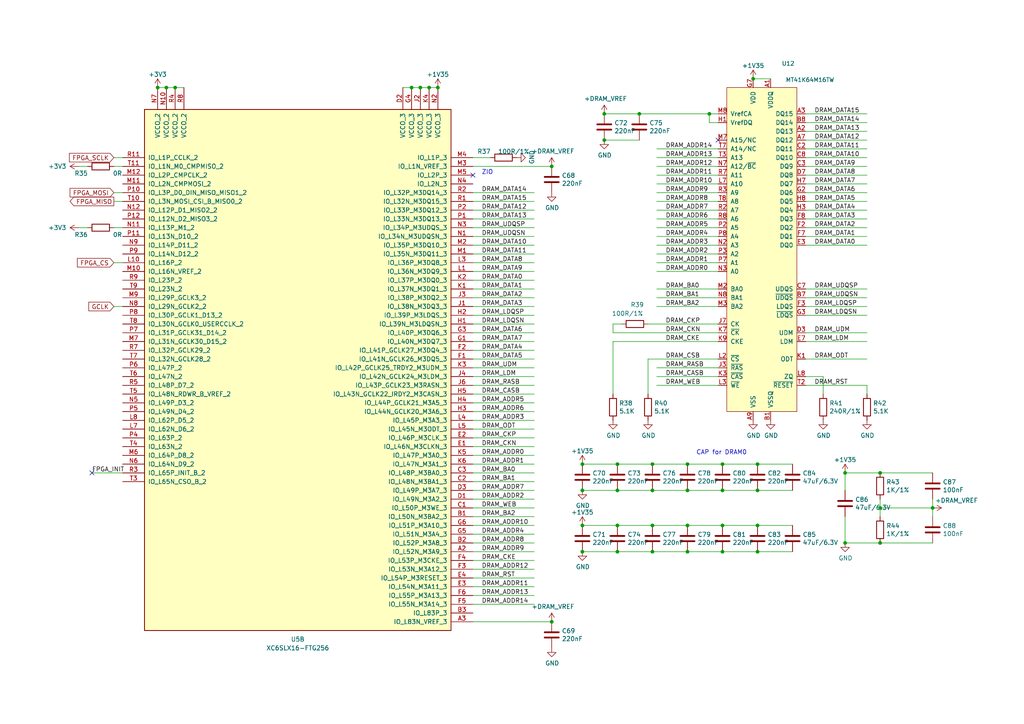
<source format=kicad_sch>
(kicad_sch (version 20231120) (generator "eeschema") (generator_version "8.0")
  (paper "A4")
  (title_block (title "Glider") (date "2024-05-09") (rev "R0.8") (company "Copyright 2024 Wenting Zhang"))
  (junction (at 270.51 147.32) (diameter 0.9144))
  (junction (at 179.07 142.24) (diameter 0.9144))
  (junction (at 175.26 40.64) (diameter 0.9144))
  (junction (at 189.23 134.62) (diameter 0.9144))
  (junction (at 209.55 160.02) (diameter 0.9144))
  (junction (at 218.44 22.86) (diameter 0.9144))
  (junction (at 209.55 142.24) (diameter 0.9144))
  (junction (at 199.39 142.24) (diameter 0.9144))
  (junction (at 168.91 142.24) (diameter 0.9144))
  (junction (at 50.8 25.4))
  (junction (at 199.39 160.02) (diameter 0.9144))
  (junction (at 209.55 134.62) (diameter 0.9144))
  (junction (at 255.27 157.48) (diameter 0.9144))
  (junction (at 168.91 160.02) (diameter 0.9144))
  (junction (at 168.91 134.62) (diameter 0.9144))
  (junction (at 219.71 134.62) (diameter 0.9144))
  (junction (at 127 25.4))
  (junction (at 160.02 180.34))
  (junction (at 48.26 25.4))
  (junction (at 175.26 33.02) (diameter 0.9144))
  (junction (at 255.27 137.16) (diameter 0.9144))
  (junction (at 121.92 25.4))
  (junction (at 189.23 160.02) (diameter 0.9144))
  (junction (at 245.11 137.16) (diameter 0.9144))
  (junction (at 199.39 134.62) (diameter 0.9144))
  (junction (at 219.71 142.24) (diameter 0.9144))
  (junction (at 219.71 152.4) (diameter 0.9144))
  (junction (at 124.46 25.4))
  (junction (at 160.02 48.26))
  (junction (at 119.38 25.4))
  (junction (at 179.07 160.02) (diameter 0.9144))
  (junction (at 179.07 134.62) (diameter 0.9144))
  (junction (at 189.23 142.24) (diameter 0.9144))
  (junction (at 245.11 157.48) (diameter 0.9144))
  (junction (at 179.07 152.4) (diameter 0.9144))
  (junction (at 205.74 33.02))
  (junction (at 168.91 152.4) (diameter 0.9144))
  (junction (at 219.71 160.02) (diameter 0.9144))
  (junction (at 185.42 33.02) (diameter 0.9144))
  (junction (at 189.23 152.4) (diameter 0.9144))
  (junction (at 209.55 152.4) (diameter 0.9144))
  (junction (at 255.27 147.32) (diameter 0.9144))
  (junction (at 199.39 152.4) (diameter 0.9144))
  (junction (at 45.72 25.4))
  (no_connect (at 208.28 40.64))
  (no_connect (at 137.16 50.8))
  (no_connect (at 26.67 137.16))
  (wire (pts (xy 219.71 134.62) (xy 209.55 134.62)))
  (wire (pts (xy 154.94 160.02) (xy 137.16 160.02)))
  (wire (pts (xy 154.94 73.66) (xy 137.16 73.66)))
  (wire (pts (xy 137.16 71.12) (xy 154.94 71.12)))
  (wire (pts (xy 245.11 137.16) (xy 245.11 142.24)))
  (wire (pts (xy 251.46 88.9) (xy 233.68 88.9)))
  (wire (pts (xy 177.8 99.06) (xy 208.28 99.06)))
  (wire (pts (xy 33.02 76.2) (xy 35.56 76.2)))
  (wire (pts (xy 251.46 33.02) (xy 233.68 33.02)))
  (wire (pts (xy 179.07 152.4) (xy 168.91 152.4)))
  (wire (pts (xy 154.94 132.08) (xy 137.16 132.08)))
  (wire (pts (xy 270.51 147.32) (xy 270.51 149.86)))
  (wire (pts (xy 270.51 157.48) (xy 255.27 157.48)))
  (wire (pts (xy 233.68 35.56) (xy 251.46 35.56)))
  (wire (pts (xy 137.16 152.4) (xy 154.94 152.4)))
  (wire (pts (xy 154.94 101.6) (xy 137.16 101.6)))
  (wire (pts (xy 233.68 111.76) (xy 251.46 111.76)))
  (wire (pts (xy 251.46 60.96) (xy 233.68 60.96)))
  (wire (pts (xy 190.5 109.22) (xy 208.28 109.22)))
  (wire (pts (xy 190.5 88.9) (xy 208.28 88.9)))
  (wire (pts (xy 190.5 58.42) (xy 208.28 58.42)))
  (wire (pts (xy 233.68 99.06) (xy 251.46 99.06)))
  (wire (pts (xy 208.28 71.12) (xy 190.5 71.12)))
  (wire (pts (xy 137.16 55.88) (xy 154.94 55.88)))
  (wire (pts (xy 33.02 66.04) (xy 35.56 66.04)))
  (wire (pts (xy 229.87 142.24) (xy 219.71 142.24)))
  (wire (pts (xy 154.94 116.84) (xy 137.16 116.84)))
  (wire (pts (xy 190.5 76.2) (xy 208.28 76.2)))
  (wire (pts (xy 190.5 45.72) (xy 208.28 45.72)))
  (wire (pts (xy 137.16 124.46) (xy 154.94 124.46)))
  (wire (pts (xy 209.55 152.4) (xy 199.39 152.4)))
  (wire (pts (xy 208.28 55.88) (xy 190.5 55.88)))
  (wire (pts (xy 233.68 38.1) (xy 251.46 38.1)))
  (wire (pts (xy 190.5 111.76) (xy 208.28 111.76)))
  (wire (pts (xy 208.28 66.04) (xy 190.5 66.04)))
  (wire (pts (xy 179.07 160.02) (xy 168.91 160.02)))
  (wire (pts (xy 229.87 134.62) (xy 219.71 134.62)))
  (wire (pts (xy 154.94 106.68) (xy 137.16 106.68)))
  (wire (pts (xy 177.8 114.3) (xy 177.8 99.06)))
  (wire (pts (xy 45.72 25.4) (xy 48.26 25.4)))
  (wire (pts (xy 48.26 25.4) (xy 50.8 25.4)))
  (wire (pts (xy 50.8 25.4) (xy 53.34 25.4)))
  (wire (pts (xy 154.94 162.56) (xy 137.16 162.56)))
  (wire (pts (xy 233.68 50.8) (xy 251.46 50.8)))
  (wire (pts (xy 179.07 152.4) (xy 189.23 152.4)))
  (wire (pts (xy 137.16 127) (xy 154.94 127)))
  (wire (pts (xy 154.94 114.3) (xy 137.16 114.3)))
  (wire (pts (xy 137.16 170.18) (xy 154.94 170.18)))
  (wire (pts (xy 26.67 137.16) (xy 35.56 137.16)))
  (wire (pts (xy 175.26 33.02) (xy 185.42 33.02)))
  (wire (pts (xy 205.74 33.02) (xy 208.28 33.02)))
  (wire (pts (xy 219.71 160.02) (xy 209.55 160.02)))
  (wire (pts (xy 124.46 25.4) (xy 127 25.4)))
  (wire (pts (xy 137.16 58.42) (xy 154.94 58.42)))
  (wire (pts (xy 154.94 175.26) (xy 137.16 175.26)))
  (wire (pts (xy 219.71 142.24) (xy 209.55 142.24)))
  (wire (pts (xy 154.94 66.04) (xy 137.16 66.04)))
  (wire (pts (xy 179.07 134.62) (xy 168.91 134.62)))
  (wire (pts (xy 154.94 93.98) (xy 137.16 93.98)))
  (wire (pts (xy 190.5 106.68) (xy 208.28 106.68)))
  (wire (pts (xy 233.68 109.22) (xy 238.76 109.22)))
  (wire (pts (xy 255.27 157.48) (xy 245.11 157.48)))
  (wire (pts (xy 154.94 91.44) (xy 137.16 91.44)))
  (wire (pts (xy 179.07 134.62) (xy 189.23 134.62)))
  (wire (pts (xy 137.16 83.82) (xy 154.94 83.82)))
  (wire (pts (xy 154.94 137.16) (xy 137.16 137.16)))
  (wire (pts (xy 137.16 129.54) (xy 154.94 129.54)))
  (wire (pts (xy 137.16 134.62) (xy 154.94 134.62)))
  (wire (pts (xy 233.68 40.64) (xy 251.46 40.64)))
  (wire (pts (xy 255.27 147.32) (xy 270.51 147.32)))
  (wire (pts (xy 251.46 58.42) (xy 233.68 58.42)))
  (wire (pts (xy 209.55 134.62) (xy 199.39 134.62)))
  (wire (pts (xy 229.87 160.02) (xy 219.71 160.02)))
  (wire (pts (xy 208.28 50.8) (xy 190.5 50.8)))
  (wire (pts (xy 179.07 142.24) (xy 189.23 142.24)))
  (wire (pts (xy 190.5 63.5) (xy 208.28 63.5)))
  (wire (pts (xy 137.16 111.76) (xy 154.94 111.76)))
  (wire (pts (xy 189.23 134.62) (xy 199.39 134.62)))
  (wire (pts (xy 209.55 142.24) (xy 199.39 142.24)))
  (wire (pts (xy 154.94 149.86) (xy 137.16 149.86)))
  (wire (pts (xy 233.68 53.34) (xy 251.46 53.34)))
  (wire (pts (xy 137.16 167.64) (xy 154.94 167.64)))
  (wire (pts (xy 255.27 137.16) (xy 270.51 137.16)))
  (wire (pts (xy 251.46 86.36) (xy 233.68 86.36)))
  (wire (pts (xy 177.8 96.52) (xy 208.28 96.52)))
  (wire (pts (xy 270.51 144.78) (xy 270.51 147.32)))
  (wire (pts (xy 205.74 35.56) (xy 205.74 33.02)))
  (wire (pts (xy 190.5 60.96) (xy 208.28 60.96)))
  (wire (pts (xy 251.46 43.18) (xy 233.68 43.18)))
  (wire (pts (xy 154.94 76.2) (xy 137.16 76.2)))
  (wire (pts (xy 233.68 66.04) (xy 251.46 66.04)))
  (wire (pts (xy 137.16 154.94) (xy 154.94 154.94)))
  (wire (pts (xy 187.96 114.3) (xy 187.96 104.14)))
  (wire (pts (xy 251.46 111.76) (xy 251.46 114.3)))
  (wire (pts (xy 185.42 33.02) (xy 205.74 33.02)))
  (wire (pts (xy 154.94 96.52) (xy 137.16 96.52)))
  (wire (pts (xy 189.23 152.4) (xy 199.39 152.4)))
  (wire (pts (xy 177.8 93.98) (xy 180.34 93.98)))
  (wire (pts (xy 177.8 96.52) (xy 177.8 93.98)))
  (wire (pts (xy 137.16 172.72) (xy 154.94 172.72)))
  (wire (pts (xy 33.02 58.42) (xy 35.56 58.42)))
  (wire (pts (xy 251.46 104.14) (xy 233.68 104.14)))
  (wire (pts (xy 137.16 119.38) (xy 154.94 119.38)))
  (wire (pts (xy 179.07 160.02) (xy 189.23 160.02)))
  (wire (pts (xy 137.16 165.1) (xy 154.94 165.1)))
  (wire (pts (xy 22.86 66.04) (xy 25.4 66.04)))
  (wire (pts (xy 137.16 144.78) (xy 154.94 144.78)))
  (wire (pts (xy 137.16 60.96) (xy 154.94 60.96)))
  (wire (pts (xy 33.02 88.9) (xy 35.56 88.9)))
  (wire (pts (xy 137.16 86.36) (xy 154.94 86.36)))
  (wire (pts (xy 251.46 63.5) (xy 233.68 63.5)))
  (wire (pts (xy 251.46 48.26) (xy 233.68 48.26)))
  (wire (pts (xy 208.28 68.58) (xy 190.5 68.58)))
  (wire (pts (xy 33.02 55.88) (xy 35.56 55.88)))
  (wire (pts (xy 208.28 53.34) (xy 190.5 53.34)))
  (wire (pts (xy 154.94 139.7) (xy 137.16 139.7)))
  (wire (pts (xy 233.68 55.88) (xy 251.46 55.88)))
  (wire (pts (xy 119.38 25.4) (xy 121.92 25.4)))
  (wire (pts (xy 229.87 152.4) (xy 219.71 152.4)))
  (wire (pts (xy 251.46 45.72) (xy 233.68 45.72)))
  (wire (pts (xy 116.84 25.4) (xy 119.38 25.4)))
  (wire (pts (xy 209.55 160.02) (xy 199.39 160.02)))
  (wire (pts (xy 233.68 96.52) (xy 251.46 96.52)))
  (wire (pts (xy 245.11 137.16) (xy 255.27 137.16)))
  (wire (pts (xy 137.16 109.22) (xy 154.94 109.22)))
  (wire (pts (xy 154.94 121.92) (xy 137.16 121.92)))
  (wire (pts (xy 255.27 147.32) (xy 255.27 149.86)))
  (wire (pts (xy 199.39 160.02) (xy 189.23 160.02)))
  (wire (pts (xy 137.16 48.26) (xy 160.02 48.26)))
  (wire (pts (xy 199.39 142.24) (xy 189.23 142.24)))
  (wire (pts (xy 154.94 68.58) (xy 137.16 68.58)))
  (wire (pts (xy 233.68 68.58) (xy 251.46 68.58)))
  (wire (pts (xy 33.02 48.26) (xy 35.56 48.26)))
  (wire (pts (xy 33.02 45.72) (xy 35.56 45.72)))
  (wire (pts (xy 190.5 78.74) (xy 208.28 78.74)))
  (wire (pts (xy 190.5 86.36) (xy 208.28 86.36)))
  (wire (pts (xy 208.28 35.56) (xy 205.74 35.56)))
  (wire (pts (xy 208.28 48.26) (xy 190.5 48.26)))
  (wire (pts (xy 137.16 180.34) (xy 160.02 180.34)))
  (wire (pts (xy 190.5 83.82) (xy 208.28 83.82)))
  (wire (pts (xy 22.86 48.26) (xy 25.4 48.26)))
  (wire (pts (xy 137.16 99.06) (xy 154.94 99.06)))
  (wire (pts (xy 154.94 147.32) (xy 137.16 147.32)))
  (wire (pts (xy 137.16 78.74) (xy 154.94 78.74)))
  (wire (pts (xy 255.27 144.78) (xy 255.27 147.32)))
  (wire (pts (xy 187.96 104.14) (xy 208.28 104.14)))
  (wire (pts (xy 233.68 71.12) (xy 251.46 71.12)))
  (wire (pts (xy 190.5 73.66) (xy 208.28 73.66)))
  (wire (pts (xy 219.71 152.4) (xy 209.55 152.4)))
  (wire (pts (xy 190.5 43.18) (xy 208.28 43.18)))
  (wire (pts (xy 251.46 83.82) (xy 233.68 83.82)))
  (wire (pts (xy 154.94 157.48) (xy 137.16 157.48)))
  (wire (pts (xy 154.94 142.24) (xy 137.16 142.24)))
  (wire (pts (xy 154.94 63.5) (xy 137.16 63.5)))
  (wire (pts (xy 137.16 104.14) (xy 154.94 104.14)))
  (wire (pts (xy 137.16 45.72) (xy 142.24 45.72)))
  (wire (pts (xy 218.44 22.86) (xy 223.52 22.86)))
  (wire (pts (xy 245.11 149.86) (xy 245.11 157.48)))
  (wire (pts (xy 187.96 93.98) (xy 208.28 93.98)))
  (wire (pts (xy 238.76 109.22) (xy 238.76 114.3)))
  (wire (pts (xy 154.94 88.9) (xy 137.16 88.9)))
  (wire (pts (xy 185.42 40.64) (xy 175.26 40.64)))
  (wire (pts (xy 137.16 81.28) (xy 154.94 81.28)))
  (wire (pts (xy 251.46 91.44) (xy 233.68 91.44)))
  (wire (pts (xy 121.92 25.4) (xy 124.46 25.4)))
  (wire (pts (xy 179.07 142.24) (xy 168.91 142.24)))
  (text "ZIO" (at 139.7 50.8 0) (effects (font (size 1.27 1.27)) (justify left bottom)))
  (text "CAP for DRAM0" (at 201.93 132.08 0) (effects (font (size 1.27 1.27)) (justify left bottom)))
  (label "DRAM_DATA3" (at 236.22 63.5 0))
  (label "DRAM_ADDR2" (at 139.7 144.78 0))
  (label "DRAM_UDQSN" (at 236.22 86.36 0))
  (label "DRAM_LDM" (at 236.22 99.06 0))
  (label "DRAM_ADDR9" (at 193.04 55.88 0))
  (label "DRAM_ADDR13" (at 139.7 172.72 0))
  (label "DRAM_DATA11" (at 236.22 43.18 0))
  (label "DRAM_CKE" (at 193.04 99.06 0))
  (label "DRAM_WEB" (at 139.7 147.32 0))
  (label "DRAM_LDM" (at 139.7 109.22 0))
  (label "DRAM_DATA3" (at 139.7 88.9 0))
  (label "DRAM_DATA7" (at 236.22 53.34 0))
  (label "DRAM_WEB" (at 193.04 111.76 0))
  (label "DRAM_RASB" (at 139.7 111.76 0))
  (label "DRAM_ADDR6" (at 193.04 63.5 0))
  (label "DRAM_DATA0" (at 236.22 71.12 0))
  (label "DRAM_DATA10" (at 236.22 45.72 0))
  (label "DRAM_ADDR10" (at 139.7 152.4 0))
  (label "DRAM_ADDR11" (at 193.04 50.8 0))
  (label "DRAM_BA1" (at 193.04 86.36 0))
  (label "DRAM_ADDR2" (at 193.04 73.66 0))
  (label "DRAM_LDQSP" (at 139.7 91.44 0))
  (label "DRAM_ADDR8" (at 139.7 157.48 0))
  (label "DRAM_LDQSP" (at 236.22 88.9 0))
  (label "DRAM_ADDR14" (at 193.04 43.18 0))
  (label "DRAM_CASB" (at 193.04 109.22 0))
  (label "DRAM_RST" (at 139.7 167.64 0))
  (label "DRAM_BA2" (at 193.04 88.9 0))
  (label "DRAM_DATA15" (at 236.22 33.02 0))
  (label "DRAM_DATA2" (at 236.22 66.04 0))
  (label "DRAM_BA2" (at 139.7 149.86 0))
  (label "DRAM_UDM" (at 236.22 96.52 0))
  (label "DRAM_DATA9" (at 236.22 48.26 0))
  (label "DRAM_DATA15" (at 139.7 58.42 0))
  (label "DRAM_BA0" (at 139.7 137.16 0))
  (label "DRAM_CASB" (at 139.7 114.3 0))
  (label "DRAM_ADDR1" (at 193.04 76.2 0))
  (label "DRAM_ODT" (at 236.22 104.14 0))
  (label "DRAM_DATA6" (at 236.22 55.88 0))
  (label "DRAM_DATA5" (at 139.7 104.14 0))
  (label "DRAM_DATA9" (at 139.7 78.74 0))
  (label "DRAM_DATA1" (at 236.22 68.58 0))
  (label "DRAM_UDM" (at 139.7 106.68 0))
  (label "DRAM_ADDR7" (at 193.04 60.96 0))
  (label "DRAM_RST" (at 236.22 111.76 0))
  (label "DRAM_DATA13" (at 236.22 38.1 0))
  (label "DRAM_DATA12" (at 236.22 40.64 0))
  (label "DRAM_CKN" (at 139.7 129.54 0))
  (label "DRAM_ADDR7" (at 139.7 142.24 0))
  (label "DRAM_ADDR6" (at 139.7 119.38 0))
  (label "FPGA_INIT" (at 26.67 137.16 0))
  (label "DRAM_UDQSN" (at 139.7 68.58 0))
  (label "DRAM_ADDR9" (at 139.7 160.02 0))
  (label "DRAM_DATA6" (at 139.7 96.52 0))
  (label "DRAM_ADDR14" (at 139.7 175.26 0))
  (label "DRAM_LDQSN" (at 236.22 91.44 0))
  (label "DRAM_ADDR8" (at 193.04 58.42 0))
  (label "DRAM_DATA14" (at 236.22 35.56 0))
  (label "DRAM_ADDR5" (at 139.7 116.84 0))
  (label "DRAM_ADDR3" (at 193.04 71.12 0))
  (label "DRAM_DATA14" (at 139.7 55.88 0))
  (label "DRAM_CSB" (at 193.04 104.14 0))
  (label "DRAM_DATA1" (at 139.7 83.82 0))
  (label "DRAM_DATA4" (at 139.7 101.6 0))
  (label "DRAM_BA1" (at 139.7 139.7 0))
  (label "DRAM_DATA5" (at 236.22 58.42 0))
  (label "DRAM_DATA4" (at 236.22 60.96 0))
  (label "DRAM_ADDR5" (at 193.04 66.04 0))
  (label "DRAM_RASB" (at 193.04 106.68 0))
  (label "DRAM_DATA13" (at 139.7 63.5 0))
  (label "DRAM_ADDR0" (at 139.7 132.08 0))
  (label "DRAM_ADDR1" (at 139.7 134.62 0))
  (label "DRAM_UDQSP" (at 236.22 83.82 0))
  (label "DRAM_ODT" (at 139.7 124.46 0))
  (label "DRAM_CKN" (at 193.04 96.52 0))
  (label "DRAM_ADDR10" (at 193.04 53.34 0))
  (label "DRAM_DATA8" (at 236.22 50.8 0))
  (label "DRAM_ADDR4" (at 193.04 68.58 0))
  (label "DRAM_BA0" (at 193.04 83.82 0))
  (label "DRAM_DATA12" (at 139.7 60.96 0))
  (label "DRAM_CKE" (at 139.7 162.56 0))
  (label "DRAM_UDQSP" (at 139.7 66.04 0))
  (label "DRAM_LDQSN" (at 139.7 93.98 0))
  (label "DRAM_DATA10" (at 139.7 71.12 0))
  (label "DRAM_ADDR13" (at 193.04 45.72 0))
  (label "DRAM_ADDR4" (at 139.7 154.94 0))
  (label "DRAM_CKP" (at 193.04 93.98 0))
  (label "DRAM_ADDR0" (at 193.04 78.74 0))
  (label "DRAM_ADDR3" (at 139.7 121.92 0))
  (label "DRAM_DATA11" (at 139.7 73.66 0))
  (label "DRAM_DATA0" (at 139.7 81.28 0))
  (label "DRAM_ADDR12" (at 193.04 48.26 0))
  (label "DRAM_ADDR12" (at 139.7 165.1 0))
  (label "DRAM_DATA8" (at 139.7 76.2 0))
  (label "DRAM_DATA7" (at 139.7 99.06 0))
  (label "DRAM_CKP" (at 139.7 127 0))
  (label "DRAM_DATA2" (at 139.7 86.36 0))
  (label "DRAM_ADDR11" (at 139.7 170.18 0))
  (global_label "GCLK" (shape input) (at 33.02 88.9 180) (property "Intersheetrefs" "${INTERSHEET_REFS}" (effects (hide yes))))
  (global_label "FPGA_CS" (shape input) (at 33.02 76.2 180) (property "Intersheetrefs" "${INTERSHEET_REFS}" (effects (hide yes))))
  (global_label "FPGA_SCLK" (shape input) (at 33.02 45.72 180) (property "Intersheetrefs" "${INTERSHEET_REFS}" (effects (hide yes))))
  (global_label "FPGA_MOSI" (shape input) (at 33.02 55.88 180) (property "Intersheetrefs" "${INTERSHEET_REFS}" (effects (hide yes))))
  (global_label "FPGA_MISO" (shape output) (at 33.02 58.42 180) (property "Intersheetrefs" "${INTERSHEET_REFS}" (effects (hide yes))))
  (symbol (lib_id "power:GND") (at 149.86 45.72 90) (unit 1)
    (property "Reference" "#PWR0103" (effects (hide yes)))
    (property "Value" "GND" (at 154.2542 45.593 0))
  )
  (symbol (lib_id "Device:C") (at 229.87 156.21 0) (unit 1)
    (property "Reference" "C85" (at 232.791 155.0416 0) (effects (justify left)))
    (property "Value" "47uF/6.3V" (at 232.791 157.353 0) (effects (justify left)))
    (property "Footprint" "Capacitor_SMD:C_0603_1608Metric" (effects (hide yes)))
    (property "Ref.Price" "0.0301" (effects (hide yes)))
  )
  (symbol (lib_id "power:+1V35") (at 168.91 134.62 0) (unit 1)
    (property "Reference" "#PWR0108" (effects (hide yes)))
    (property "Value" "+1V35" (at 168.91 130.81 0))
  )
  (symbol (lib_id "Device:R") (at 184.15 93.98 90) (unit 1)
    (property "Reference" "R39" (at 186.7916 88.392 90) (effects (justify left)))
    (property "Value" "100R/1%" (at 186.563 90.932 90) (effects (justify left)))
    (property "Footprint" "Resistor_SMD:R_0402_1005Metric" (effects (hide yes)))
    (property "Ref.Price" "0.001" (effects (hide yes)))
  )
  (symbol (lib_id "power:+3V3") (at 45.72 25.4 0) (unit 1)
    (property "Reference" "#PWR099" (effects (hide yes)))
    (property "Value" "+3V3" (at 45.72 21.59 0))
  )
  (symbol (lib_id "Device:C") (at 185.42 36.83 0) (unit 1)
    (property "Reference" "C75" (at 188.341 35.6616 0) (effects (justify left)))
    (property "Value" "220nF" (at 188.341 37.973 0) (effects (justify left)))
    (property "Footprint" "Capacitor_SMD:C_0402_1005Metric" (effects (hide yes)))
    (property "Ref.Price" "0.0036" (effects (hide yes)))
  )
  (symbol (lib_id "Device:C") (at 168.91 156.21 0) (unit 1)
    (property "Reference" "C71" (at 171.831 155.0416 0) (effects (justify left)))
    (property "Value" "220nF" (at 171.831 157.353 0) (effects (justify left)))
    (property "Footprint" "Capacitor_SMD:C_0402_1005Metric" (effects (hide yes)))
    (property "Ref.Price" "0.0036" (effects (hide yes)))
  )
  (symbol (lib_id "Device:C") (at 179.07 156.21 0) (unit 1)
    (property "Reference" "C74" (at 181.991 155.0416 0) (effects (justify left)))
    (property "Value" "220nF" (at 181.991 157.353 0) (effects (justify left)))
    (property "Footprint" "Capacitor_SMD:C_0402_1005Metric" (effects (hide yes)))
    (property "Ref.Price" "0.0036" (effects (hide yes)))
  )
  (symbol (lib_id "Device:R") (at 255.27 153.67 0) (unit 1)
    (property "Reference" "R44" (at 257.048 152.5016 0) (effects (justify left)))
    (property "Value" "1K/1%" (at 257.048 154.813 0) (effects (justify left)))
    (property "Footprint" "Resistor_SMD:R_0402_1005Metric" (effects (hide yes)))
    (property "Ref.Price" "0.0025" (effects (hide yes)))
  )
  (symbol (lib_id "power:GND") (at 168.91 160.02 0) (unit 1)
    (property "Reference" "#PWR0111" (effects (hide yes)))
    (property "Value" "GND" (at 169.037 164.4142 0))
  )
  (symbol (lib_id "power:+3V3") (at 22.86 48.26 90) (unit 1)
    (property "Reference" "#PWR097" (effects (hide yes)))
    (property "Value" "+3V3" (at 13.97 48.2599 90) (effects (justify right)))
  )
  (symbol (lib_id "Device:C") (at 270.51 140.97 0) (unit 1)
    (property "Reference" "C87" (at 273.431 139.8016 0) (effects (justify left)))
    (property "Value" "100nF" (at 273.431 142.113 0) (effects (justify left)))
    (property "Footprint" "Capacitor_SMD:C_0402_1005Metric" (effects (hide yes)))
    (property "Ref.Price" "0.0023" (effects (hide yes)))
  )
  (symbol (lib_id "symbols:+DRAM_VREF") (at 160.02 180.34 0) (unit 1)
    (property "Reference" "#PWR0106" (effects (hide yes)))
    (property "Value" "+DRAM_VREF" (at 160.401 175.9458 0))
  )
  (symbol (lib_id "symbols:+DRAM_VREF") (at 160.02 48.26 0) (unit 1)
    (property "Reference" "#PWR0104" (effects (hide yes)))
    (property "Value" "+DRAM_VREF" (at 160.401 43.8658 0))
  )
  (symbol (lib_id "Device:R") (at 238.76 118.11 0) (unit 1)
    (property "Reference" "R41" (at 240.538 116.9416 0) (effects (justify left)))
    (property "Value" "240R/1%" (at 240.538 119.253 0) (effects (justify left)))
    (property "Footprint" "Resistor_SMD:R_0402_1005Metric" (effects (hide yes)))
    (property "Ref.Price" "0.0009" (effects (hide yes)))
  )
  (symbol (lib_id "power:+3V3") (at 22.86 66.04 90) (unit 1)
    (property "Reference" "#PWR098" (effects (hide yes)))
    (property "Value" "+3V3" (at 13.97 66.0399 90) (effects (justify right)))
  )
  (symbol (lib_id "power:GND") (at 160.02 187.96 0) (unit 1)
    (property "Reference" "#PWR0107" (effects (hide yes)))
    (property "Value" "GND" (at 160.147 192.3542 0))
  )
  (symbol (lib_id "power:GND") (at 245.11 157.48 0) (unit 1)
    (property "Reference" "#PWR0121" (effects (hide yes)))
    (property "Value" "GND" (at 245.237 161.8742 0))
  )
  (symbol (lib_id "symbols:MT41K256M16HA") (at 220.98 22.86 0) (unit 1)
    (property "Reference" "U12" (at 228.6 18.415 0) (effects (font (size 1.1938 1.1938))))
    (property "Value" "MT41K64M16TW" (at 234.95 23.1648 0) (effects (font (size 1.1938 1.1938))))
    (property "Footprint" "footprints:BGA-96_9.0x14.0mm_P0.8mm" (effects (hide yes)))
    (property "Ref.Price" "3.2405" (effects (hide yes)))
  )
  (symbol (lib_id "power:GND") (at 223.52 121.92 0) (unit 1)
    (property "Reference" "#PWR0118" (effects (hide yes)))
    (property "Value" "GND" (at 223.647 126.3142 0))
  )
  (symbol (lib_id "power:GND") (at 187.96 121.92 0) (unit 1)
    (property "Reference" "#PWR0115" (effects (hide yes)))
    (property "Value" "GND" (at 188.087 126.3142 0))
  )
  (symbol (lib_id "Device:R") (at 29.21 48.26 90) (unit 1)
    (property "Reference" "R35" (at 25.5016 50.292 90) (effects (justify left)))
    (property "Value" "0R" (at 35.433 50.292 90) (effects (justify left)))
    (property "Footprint" "Resistor_SMD:R_0402_1005Metric" (effects (hide yes)))
    (property "Ref.Price" "0.0006" (effects (hide yes)))
  )
  (symbol (lib_id "Device:C") (at 168.91 138.43 0) (unit 1)
    (property "Reference" "C70" (at 171.831 137.2616 0) (effects (justify left)))
    (property "Value" "220nF" (at 171.831 139.573 0) (effects (justify left)))
    (property "Footprint" "Capacitor_SMD:C_0402_1005Metric" (effects (hide yes)))
    (property "Ref.Price" "0.0036" (effects (hide yes)))
  )
  (symbol (lib_id "Device:C") (at 160.02 52.07 0) (unit 1)
    (property "Reference" "C68" (at 162.941 50.9016 0) (effects (justify left)))
    (property "Value" "220nF" (at 162.941 53.213 0) (effects (justify left)))
    (property "Footprint" "Capacitor_SMD:C_0402_1005Metric" (effects (hide yes)))
    (property "Ref.Price" "0.0036" (effects (hide yes)))
  )
  (symbol (lib_id "Device:R") (at 29.21 66.04 90) (unit 1)
    (property "Reference" "R36" (at 25.5016 68.072 90) (effects (justify left)))
    (property "Value" "0R" (at 35.433 68.072 90) (effects (justify left)))
    (property "Footprint" "Resistor_SMD:R_0402_1005Metric" (effects (hide yes)))
    (property "Ref.Price" "0.0006" (effects (hide yes)))
  )
  (symbol (lib_id "power:GND") (at 160.02 55.88 0) (unit 1)
    (property "Reference" "#PWR0105" (effects (hide yes)))
    (property "Value" "GND" (at 160.147 60.2742 0))
  )
  (symbol (lib_id "power:GND") (at 218.44 121.92 0) (unit 1)
    (property "Reference" "#PWR0117" (effects (hide yes)))
    (property "Value" "GND" (at 218.567 126.3142 0))
  )
  (symbol (lib_id "power:+1V35") (at 218.44 22.86 0) (unit 1)
    (property "Reference" "#PWR0116" (effects (hide yes)))
    (property "Value" "+1V35" (at 218.44 19.05 0))
  )
  (symbol (lib_id "Device:C") (at 175.26 36.83 0) (unit 1)
    (property "Reference" "C72" (at 178.181 35.6616 0) (effects (justify left)))
    (property "Value" "220nF" (at 178.181 37.973 0) (effects (justify left)))
    (property "Footprint" "Capacitor_SMD:C_0402_1005Metric" (effects (hide yes)))
    (property "Ref.Price" "0.0036" (effects (hide yes)))
  )
  (symbol (lib_id "Device:R") (at 146.05 45.72 90) (unit 1)
    (property "Reference" "R37" (at 142.3416 43.942 90) (effects (justify left)))
    (property "Value" "100R/1%" (at 153.543 43.942 90) (effects (justify left)))
    (property "Footprint" "Resistor_SMD:R_0402_1005Metric" (effects (hide yes)))
    (property "Ref.Price" "0.0007" (effects (hide yes)))
  )
  (symbol (lib_id "Device:R") (at 177.8 118.11 0) (unit 1)
    (property "Reference" "R38" (at 179.578 116.9416 0) (effects (justify left)))
    (property "Value" "5.1K" (at 179.578 119.253 0) (effects (justify left)))
    (property "Footprint" "Resistor_SMD:R_0402_1005Metric" (effects (hide yes)))
    (property "Ref.Price" "0.0006" (effects (hide yes)))
  )
  (symbol (lib_id "power:+1V35") (at 168.91 152.4 0) (unit 1)
    (property "Reference" "#PWR0110" (effects (hide yes)))
    (property "Value" "+1V35" (at 168.91 148.59 0))
  )
  (symbol (lib_id "Device:C") (at 219.71 156.21 0) (unit 1)
    (property "Reference" "C83" (at 222.631 155.0416 0) (effects (justify left)))
    (property "Value" "220nF" (at 222.631 157.353 0) (effects (justify left)))
    (property "Footprint" "Capacitor_SMD:C_0402_1005Metric" (effects (hide yes)))
    (property "Ref.Price" "0.0036" (effects (hide yes)))
  )
  (symbol (lib_id "power:GND") (at 251.46 121.92 0) (unit 1)
    (property "Reference" "#PWR0122" (effects (hide yes)))
    (property "Value" "GND" (at 251.587 126.3142 0))
  )
  (symbol (lib_id "Device:C") (at 209.55 156.21 0) (unit 1)
    (property "Reference" "C81" (at 212.471 155.0416 0) (effects (justify left)))
    (property "Value" "220nF" (at 212.471 157.353 0) (effects (justify left)))
    (property "Footprint" "Capacitor_SMD:C_0402_1005Metric" (effects (hide yes)))
    (property "Ref.Price" "0.0036" (effects (hide yes)))
  )
  (symbol (lib_id "Device:C") (at 160.02 184.15 0) (unit 1)
    (property "Reference" "C69" (at 162.941 182.9816 0) (effects (justify left)))
    (property "Value" "220nF" (at 162.941 185.293 0) (effects (justify left)))
    (property "Footprint" "Capacitor_SMD:C_0402_1005Metric" (effects (hide yes)))
    (property "Ref.Price" "0.0036" (effects (hide yes)))
  )
  (symbol (lib_id "Device:C") (at 229.87 138.43 0) (unit 1)
    (property "Reference" "C84" (at 232.791 137.2616 0) (effects (justify left)))
    (property "Value" "47uF/6.3V" (at 232.791 139.573 0) (effects (justify left)))
    (property "Footprint" "Capacitor_SMD:C_0603_1608Metric" (effects (hide yes)))
    (property "Ref.Price" "0.0301" (effects (hide yes)))
  )
  (symbol (lib_id "power:GND") (at 168.91 142.24 0) (unit 1)
    (property "Reference" "#PWR0109" (effects (hide yes)))
    (property "Value" "GND" (at 169.037 146.6342 0))
  )
  (symbol (lib_id "Device:C") (at 179.07 138.43 0) (unit 1)
    (property "Reference" "C73" (at 181.991 137.2616 0) (effects (justify left)))
    (property "Value" "220nF" (at 181.991 139.573 0) (effects (justify left)))
    (property "Footprint" "Capacitor_SMD:C_0402_1005Metric" (effects (hide yes)))
    (property "Ref.Price" "0.0036" (effects (hide yes)))
  )
  (symbol (lib_id "Device:C") (at 199.39 138.43 0) (unit 1)
    (property "Reference" "C78" (at 202.311 137.2616 0) (effects (justify left)))
    (property "Value" "220nF" (at 202.311 139.573 0) (effects (justify left)))
    (property "Footprint" "Capacitor_SMD:C_0402_1005Metric" (effects (hide yes)))
    (property "Ref.Price" "0.0036" (effects (hide yes)))
  )
  (symbol (lib_id "Device:C") (at 209.55 138.43 0) (unit 1)
    (property "Reference" "C80" (at 212.471 137.2616 0) (effects (justify left)))
    (property "Value" "220nF" (at 212.471 139.573 0) (effects (justify left)))
    (property "Footprint" "Capacitor_SMD:C_0402_1005Metric" (effects (hide yes)))
    (property "Ref.Price" "0.0036" (effects (hide yes)))
  )
  (symbol (lib_id "power:GND") (at 175.26 40.64 0) (unit 1)
    (property "Reference" "#PWR0113" (effects (hide yes)))
    (property "Value" "GND" (at 175.387 45.0342 0))
  )
  (symbol (lib_id "power:+1V35") (at 127 25.4 0) (mirror y) (unit 1)
    (property "Reference" "#PWR0101" (effects (hide yes)))
    (property "Value" "+1V35" (at 127 21.59 0))
  )
  (symbol (lib_id "Device:C") (at 199.39 156.21 0) (unit 1)
    (property "Reference" "C79" (at 202.311 155.0416 0) (effects (justify left)))
    (property "Value" "220nF" (at 202.311 157.353 0) (effects (justify left)))
    (property "Footprint" "Capacitor_SMD:C_0402_1005Metric" (effects (hide yes)))
    (property "Ref.Price" "0.0036" (effects (hide yes)))
  )
  (symbol (lib_id "Device:C") (at 245.11 146.05 0) (unit 1)
    (property "Reference" "C86" (at 248.031 144.8816 0) (effects (justify left)))
    (property "Value" "47uF/6.3V" (at 248.031 147.193 0) (effects (justify left)))
    (property "Footprint" "Capacitor_SMD:C_0603_1608Metric" (effects (hide yes)))
    (property "Ref.Price" "0.0165" (effects (hide yes)))
  )
  (symbol (lib_id "Device:R") (at 187.96 118.11 0) (unit 1)
    (property "Reference" "R40" (at 189.738 116.9416 0) (effects (justify left)))
    (property "Value" "5.1K" (at 189.738 119.253 0) (effects (justify left)))
    (property "Footprint" "Resistor_SMD:R_0402_1005Metric" (effects (hide yes)))
    (property "Ref.Price" "0.0006" (effects (hide yes)))
  )
  (symbol (lib_id "Device:C") (at 270.51 153.67 0) (unit 1)
    (property "Reference" "C88" (at 273.431 152.5016 0) (effects (justify left)))
    (property "Value" "100nF" (at 273.431 154.813 0) (effects (justify left)))
    (property "Footprint" "Capacitor_SMD:C_0402_1005Metric" (effects (hide yes)))
    (property "Ref.Price" "0.0023" (effects (hide yes)))
  )
  (symbol (lib_id "Device:C") (at 219.71 138.43 0) (unit 1)
    (property "Reference" "C82" (at 222.631 137.2616 0) (effects (justify left)))
    (property "Value" "220nF" (at 222.631 139.573 0) (effects (justify left)))
    (property "Footprint" "Capacitor_SMD:C_0402_1005Metric" (effects (hide yes)))
    (property "Ref.Price" "0.0036" (effects (hide yes)))
  )
  (symbol (lib_id "symbols:+DRAM_VREF") (at 270.51 147.32 270) (unit 1)
    (property "Reference" "#PWR0123" (effects (hide yes)))
    (property "Value" "+DRAM_VREF" (at 277.4442 145.161 90))
  )
  (symbol (lib_id "Device:R") (at 251.46 118.11 0) (unit 1)
    (property "Reference" "R42" (at 253.238 116.9416 0) (effects (justify left)))
    (property "Value" "5.1K" (at 253.238 119.253 0) (effects (justify left)))
    (property "Footprint" "Resistor_SMD:R_0402_1005Metric" (effects (hide yes)))
    (property "Ref.Price" "0.0006" (effects (hide yes)))
  )
  (symbol (lib_id "Device:R") (at 255.27 140.97 0) (unit 1)
    (property "Reference" "R43" (at 257.048 139.8016 0) (effects (justify left)))
    (property "Value" "1K/1%" (at 257.048 142.113 0) (effects (justify left)))
    (property "Footprint" "Resistor_SMD:R_0402_1005Metric" (effects (hide yes)))
    (property "Ref.Price" "0.0025" (effects (hide yes)))
  )
  (symbol (lib_id "Device:C") (at 189.23 138.43 0) (unit 1)
    (property "Reference" "C76" (at 192.151 137.2616 0) (effects (justify left)))
    (property "Value" "220nF" (at 192.151 139.573 0) (effects (justify left)))
    (property "Footprint" "Capacitor_SMD:C_0402_1005Metric" (effects (hide yes)))
    (property "Ref.Price" "0.0036" (effects (hide yes)))
  )
  (symbol (lib_id "power:+1V35") (at 245.11 137.16 0) (unit 1)
    (property "Reference" "#PWR0120" (effects (hide yes)))
    (property "Value" "+1V35" (at 245.11 133.35 0))
  )
  (symbol (lib_id "FPGA_Xilinx_Spartan6:XC6SLX16-FTG256") (at 86.36 104.14 0) (unit 2)
    (property "Reference" "U5" (at 86.36 185.42 0))
    (property "Value" "XC6SLX16-FTG256" (at 86.36 187.96 0))
    (property "Footprint" "footprints:Xilinx_FTG256" (effects (hide yes)))
    (property "Ref.Price" "7.4837" (effects (hide yes)))
  )
  (symbol (lib_id "power:GND") (at 238.76 121.92 0) (unit 1)
    (property "Reference" "#PWR0119" (effects (hide yes)))
    (property "Value" "GND" (at 238.887 126.3142 0))
  )
  (symbol (lib_id "power:GND") (at 177.8 121.92 0) (unit 1)
    (property "Reference" "#PWR0114" (effects (hide yes)))
    (property "Value" "GND" (at 177.927 126.3142 0))
  )
  (symbol (lib_id "Device:C") (at 189.23 156.21 0) (unit 1)
    (property "Reference" "C77" (at 192.151 155.0416 0) (effects (justify left)))
    (property "Value" "220nF" (at 192.151 157.353 0) (effects (justify left)))
    (property "Footprint" "Capacitor_SMD:C_0402_1005Metric" (effects (hide yes)))
    (property "Ref.Price" "0.0036" (effects (hide yes)))
  )
  (symbol (lib_id "symbols:+DRAM_VREF") (at 175.26 33.02 0) (unit 1)
    (property "Reference" "#PWR0112" (effects (hide yes)))
    (property "Value" "+DRAM_VREF" (at 175.641 28.6258 0))
  )
)
</source>
